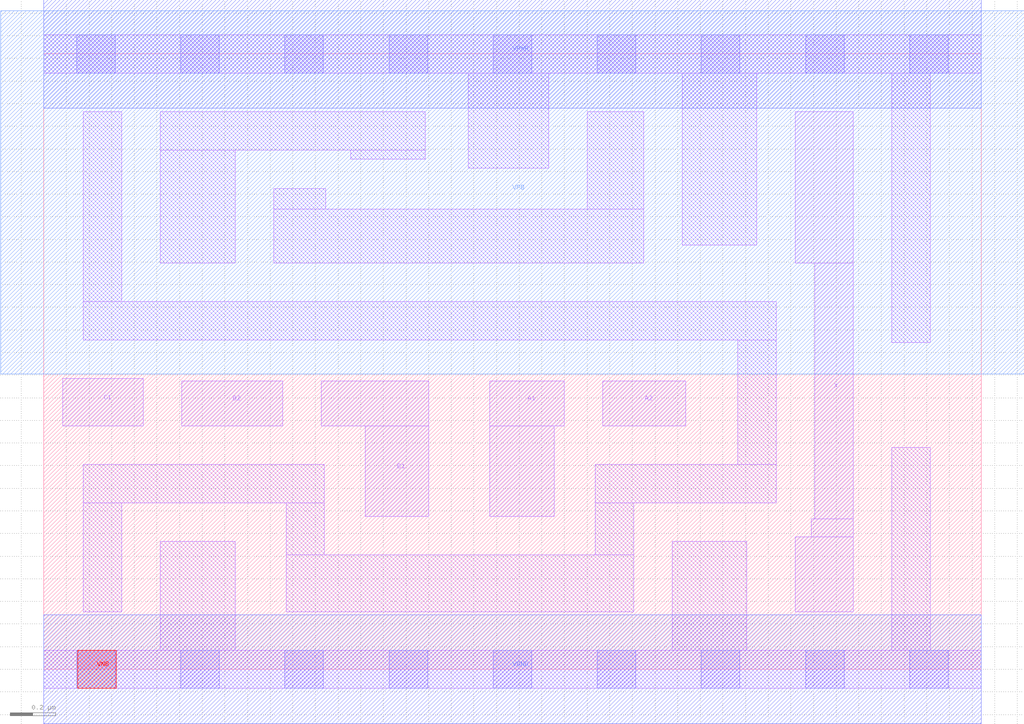
<source format=lef>
# Copyright 2020 The SkyWater PDK Authors
#
# Licensed under the Apache License, Version 2.0 (the "License");
# you may not use this file except in compliance with the License.
# You may obtain a copy of the License at
#
#     https://www.apache.org/licenses/LICENSE-2.0
#
# Unless required by applicable law or agreed to in writing, software
# distributed under the License is distributed on an "AS IS" BASIS,
# WITHOUT WARRANTIES OR CONDITIONS OF ANY KIND, either express or implied.
# See the License for the specific language governing permissions and
# limitations under the License.
#
# SPDX-License-Identifier: Apache-2.0

VERSION 5.7 ;
  NOWIREEXTENSIONATPIN ON ;
  DIVIDERCHAR "/" ;
  BUSBITCHARS "[]" ;
MACRO sky130_fd_sc_hd__a221o_2
  CLASS CORE ;
  FOREIGN sky130_fd_sc_hd__a221o_2 ;
  ORIGIN  0.000000  0.000000 ;
  SIZE  4.140000 BY  2.720000 ;
  SYMMETRY X Y R90 ;
  SITE unithd ;
  PIN A1
    ANTENNAGATEAREA  0.247500 ;
    DIRECTION INPUT ;
    USE SIGNAL ;
    PORT
      LAYER li1 ;
        RECT 1.970000 0.675000 2.255000 1.075000 ;
        RECT 1.970000 1.075000 2.300000 1.275000 ;
    END
  END A1
  PIN A2
    ANTENNAGATEAREA  0.247500 ;
    DIRECTION INPUT ;
    USE SIGNAL ;
    PORT
      LAYER li1 ;
        RECT 2.470000 1.075000 2.835000 1.275000 ;
    END
  END A2
  PIN B1
    ANTENNAGATEAREA  0.247500 ;
    DIRECTION INPUT ;
    USE SIGNAL ;
    PORT
      LAYER li1 ;
        RECT 1.225000 1.075000 1.700000 1.275000 ;
        RECT 1.420000 0.675000 1.700000 1.075000 ;
    END
  END B1
  PIN B2
    ANTENNAGATEAREA  0.247500 ;
    DIRECTION INPUT ;
    USE SIGNAL ;
    PORT
      LAYER li1 ;
        RECT 0.610000 1.075000 1.055000 1.275000 ;
    END
  END B2
  PIN C1
    ANTENNAGATEAREA  0.247500 ;
    DIRECTION INPUT ;
    USE SIGNAL ;
    PORT
      LAYER li1 ;
        RECT 0.085000 1.075000 0.440000 1.285000 ;
    END
  END C1
  PIN VNB
    PORT
      LAYER pwell ;
        RECT 0.150000 -0.085000 0.320000 0.085000 ;
    END
  END VNB
  PIN VPB
    PORT
      LAYER nwell ;
        RECT -0.190000 1.305000 4.330000 2.910000 ;
    END
  END VPB
  PIN X
    ANTENNADIFFAREA  0.445500 ;
    DIRECTION OUTPUT ;
    USE SIGNAL ;
    PORT
      LAYER li1 ;
        RECT 3.320000 0.255000 3.575000 0.585000 ;
        RECT 3.320000 1.795000 3.575000 2.465000 ;
        RECT 3.390000 0.585000 3.575000 0.665000 ;
        RECT 3.405000 0.665000 3.575000 1.795000 ;
    END
  END X
  PIN VGND
    DIRECTION INOUT ;
    SHAPE ABUTMENT ;
    USE GROUND ;
    PORT
      LAYER met1 ;
        RECT 0.000000 -0.240000 4.140000 0.240000 ;
    END
  END VGND
  PIN VPWR
    DIRECTION INOUT ;
    SHAPE ABUTMENT ;
    USE POWER ;
    PORT
      LAYER met1 ;
        RECT 0.000000 2.480000 4.140000 2.960000 ;
    END
  END VPWR
  OBS
    LAYER li1 ;
      RECT 0.000000 -0.085000 4.140000 0.085000 ;
      RECT 0.000000  2.635000 4.140000 2.805000 ;
      RECT 0.175000  0.255000 0.345000 0.735000 ;
      RECT 0.175000  0.735000 1.240000 0.905000 ;
      RECT 0.175000  1.455000 3.235000 1.625000 ;
      RECT 0.175000  1.625000 0.345000 2.465000 ;
      RECT 0.515000  0.085000 0.845000 0.565000 ;
      RECT 0.515000  1.795000 0.845000 2.295000 ;
      RECT 0.515000  2.295000 1.685000 2.465000 ;
      RECT 1.015000  1.795000 2.650000 2.035000 ;
      RECT 1.015000  2.035000 1.245000 2.125000 ;
      RECT 1.070000  0.255000 2.605000 0.505000 ;
      RECT 1.070000  0.505000 1.240000 0.735000 ;
      RECT 1.355000  2.255000 1.685000 2.295000 ;
      RECT 1.875000  2.215000 2.230000 2.635000 ;
      RECT 2.400000  2.035000 2.650000 2.465000 ;
      RECT 2.435000  0.505000 2.605000 0.735000 ;
      RECT 2.435000  0.735000 3.235000 0.905000 ;
      RECT 2.775000  0.085000 3.105000 0.565000 ;
      RECT 2.820000  1.875000 3.150000 2.635000 ;
      RECT 3.065000  0.905000 3.235000 1.455000 ;
      RECT 3.745000  0.085000 3.915000 0.980000 ;
      RECT 3.745000  1.445000 3.915000 2.635000 ;
    LAYER mcon ;
      RECT 0.145000 -0.085000 0.315000 0.085000 ;
      RECT 0.145000  2.635000 0.315000 2.805000 ;
      RECT 0.605000 -0.085000 0.775000 0.085000 ;
      RECT 0.605000  2.635000 0.775000 2.805000 ;
      RECT 1.065000 -0.085000 1.235000 0.085000 ;
      RECT 1.065000  2.635000 1.235000 2.805000 ;
      RECT 1.525000 -0.085000 1.695000 0.085000 ;
      RECT 1.525000  2.635000 1.695000 2.805000 ;
      RECT 1.985000 -0.085000 2.155000 0.085000 ;
      RECT 1.985000  2.635000 2.155000 2.805000 ;
      RECT 2.445000 -0.085000 2.615000 0.085000 ;
      RECT 2.445000  2.635000 2.615000 2.805000 ;
      RECT 2.905000 -0.085000 3.075000 0.085000 ;
      RECT 2.905000  2.635000 3.075000 2.805000 ;
      RECT 3.365000 -0.085000 3.535000 0.085000 ;
      RECT 3.365000  2.635000 3.535000 2.805000 ;
      RECT 3.825000 -0.085000 3.995000 0.085000 ;
      RECT 3.825000  2.635000 3.995000 2.805000 ;
  END
END sky130_fd_sc_hd__a221o_2
END LIBRARY

</source>
